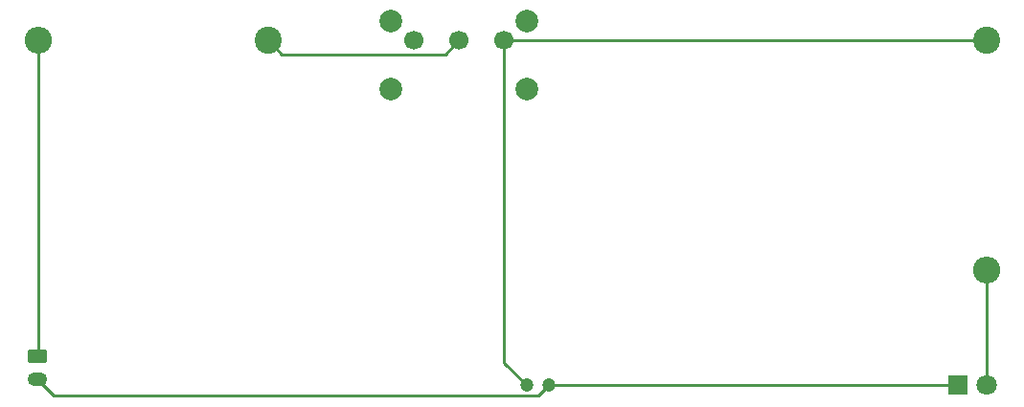
<source format=gbr>
%TF.GenerationSoftware,KiCad,Pcbnew,(6.0.11-0)*%
%TF.CreationDate,2023-03-02T13:45:59-08:00*%
%TF.ProjectId,KiCAD Part One ,4b694341-4420-4506-9172-74204f6e6520,rev?*%
%TF.SameCoordinates,Original*%
%TF.FileFunction,Copper,L1,Top*%
%TF.FilePolarity,Positive*%
%FSLAX46Y46*%
G04 Gerber Fmt 4.6, Leading zero omitted, Abs format (unit mm)*
G04 Created by KiCad (PCBNEW (6.0.11-0)) date 2023-03-02 13:45:59*
%MOMM*%
%LPD*%
G01*
G04 APERTURE LIST*
G04 Aperture macros list*
%AMRoundRect*
0 Rectangle with rounded corners*
0 $1 Rounding radius*
0 $2 $3 $4 $5 $6 $7 $8 $9 X,Y pos of 4 corners*
0 Add a 4 corners polygon primitive as box body*
4,1,4,$2,$3,$4,$5,$6,$7,$8,$9,$2,$3,0*
0 Add four circle primitives for the rounded corners*
1,1,$1+$1,$2,$3*
1,1,$1+$1,$4,$5*
1,1,$1+$1,$6,$7*
1,1,$1+$1,$8,$9*
0 Add four rect primitives between the rounded corners*
20,1,$1+$1,$2,$3,$4,$5,0*
20,1,$1+$1,$4,$5,$6,$7,0*
20,1,$1+$1,$6,$7,$8,$9,0*
20,1,$1+$1,$8,$9,$2,$3,0*%
G04 Aperture macros list end*
%TA.AperFunction,ComponentPad*%
%ADD10R,1.800000X1.800000*%
%TD*%
%TA.AperFunction,ComponentPad*%
%ADD11C,1.800000*%
%TD*%
%TA.AperFunction,ComponentPad*%
%ADD12O,2.400000X2.400000*%
%TD*%
%TA.AperFunction,ComponentPad*%
%ADD13C,2.400000*%
%TD*%
%TA.AperFunction,ComponentPad*%
%ADD14RoundRect,0.250000X-0.625000X0.350000X-0.625000X-0.350000X0.625000X-0.350000X0.625000X0.350000X0*%
%TD*%
%TA.AperFunction,ComponentPad*%
%ADD15O,1.750000X1.200000*%
%TD*%
%TA.AperFunction,ComponentPad*%
%ADD16C,1.200000*%
%TD*%
%TA.AperFunction,ComponentPad*%
%ADD17C,2.000000*%
%TD*%
%TA.AperFunction,ComponentPad*%
%ADD18C,1.700000*%
%TD*%
%TA.AperFunction,Conductor*%
%ADD19C,0.250000*%
%TD*%
G04 APERTURE END LIST*
D10*
%TO.P,D1,1,K*%
%TO.N,Net-(C1-Pad2)*%
X172720000Y-116840000D03*
D11*
%TO.P,D1,2,A*%
%TO.N,Net-(D1-Pad2)*%
X175260000Y-116840000D03*
%TD*%
D12*
%TO.P,2.2kOhm1,2*%
%TO.N,Net-(2.2kOhm1-Pad2)*%
X91440000Y-86360000D03*
D13*
%TO.P,2.2kOhm1,1*%
%TO.N,Net-(2.2kOhm1-Pad1)*%
X111760000Y-86360000D03*
%TD*%
D14*
%TO.P,V1,1,Pin_1*%
%TO.N,Net-(2.2kOhm1-Pad2)*%
X91390000Y-114300000D03*
D15*
%TO.P,V1,2,Pin_2*%
%TO.N,Net-(C1-Pad2)*%
X91390000Y-116300000D03*
%TD*%
D13*
%TO.P,R1,1*%
%TO.N,Net-(C1-Pad1)*%
X175260000Y-86360000D03*
D12*
%TO.P,R1,2*%
%TO.N,Net-(D1-Pad2)*%
X175260000Y-106680000D03*
%TD*%
D16*
%TO.P,C1,2*%
%TO.N,Net-(C1-Pad2)*%
X136620000Y-116840000D03*
%TO.P,C1,1*%
%TO.N,Net-(C1-Pad1)*%
X134620000Y-116840000D03*
%TD*%
D17*
%TO.P,SW1,*%
%TO.N,*%
X134632500Y-84610000D03*
X134632500Y-90610000D03*
X122632500Y-90610000D03*
X122632500Y-84610000D03*
D18*
%TO.P,SW1,1,A*%
%TO.N,unconnected-(SW1-Pad1)*%
X124632500Y-86360000D03*
%TO.P,SW1,2,B*%
%TO.N,Net-(2.2kOhm1-Pad1)*%
X128632500Y-86360000D03*
%TO.P,SW1,3,C*%
%TO.N,Net-(C1-Pad1)*%
X132632500Y-86360000D03*
%TD*%
D19*
%TO.N,Net-(C1-Pad2)*%
X136620000Y-116840000D02*
X135695000Y-117765000D01*
X135695000Y-117765000D02*
X92855000Y-117765000D01*
X92855000Y-117765000D02*
X91390000Y-116300000D01*
%TO.N,Net-(C1-Pad1)*%
X134620000Y-116840000D02*
X132632500Y-114852500D01*
X132632500Y-114852500D02*
X132632500Y-86360000D01*
%TO.N,Net-(2.2kOhm1-Pad2)*%
X91390000Y-114300000D02*
X91440000Y-114250000D01*
X91440000Y-114250000D02*
X91440000Y-86360000D01*
%TO.N,Net-(C1-Pad2)*%
X172720000Y-116840000D02*
X136620000Y-116840000D01*
%TO.N,Net-(D1-Pad2)*%
X175260000Y-106680000D02*
X175260000Y-116840000D01*
%TO.N,Net-(C1-Pad1)*%
X132632500Y-86360000D02*
X175260000Y-86360000D01*
%TO.N,Net-(2.2kOhm1-Pad1)*%
X111760000Y-86360000D02*
X112960000Y-87560000D01*
X112960000Y-87560000D02*
X127432500Y-87560000D01*
X127432500Y-87560000D02*
X128632500Y-86360000D01*
%TD*%
M02*

</source>
